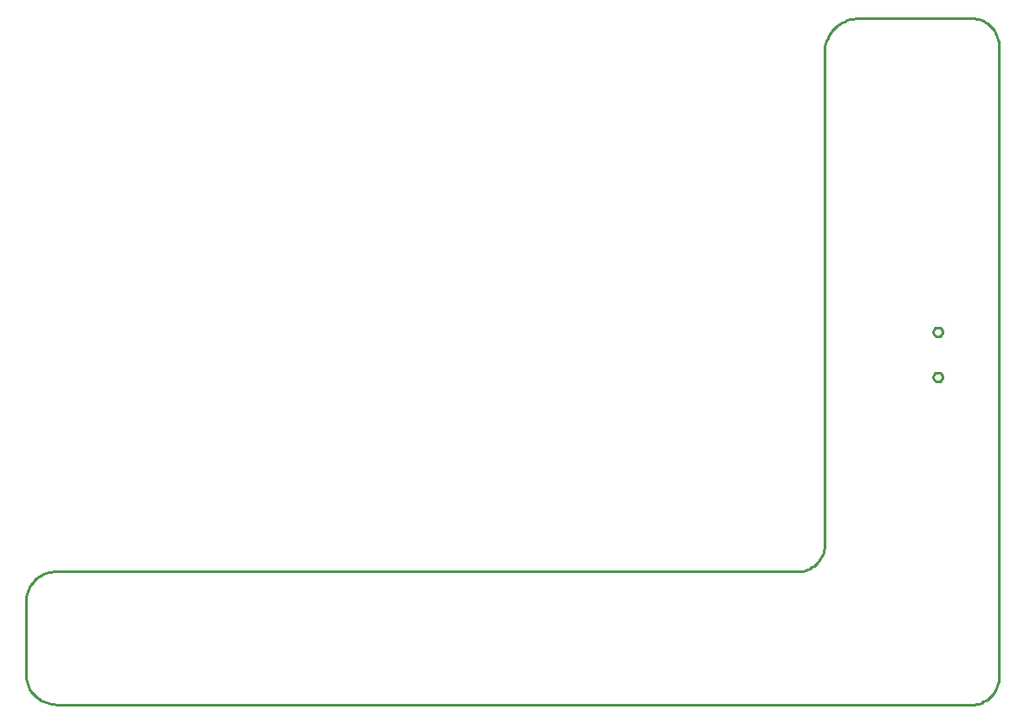
<source format=gbr>
G04 EAGLE Gerber RS-274X export*
G75*
%MOMM*%
%FSLAX34Y34*%
%LPD*%
%AMOC8*
5,1,8,0,0,1.08239X$1,22.5*%
G01*
%ADD10C,0.254000*%


D10*
X0Y30000D02*
X114Y27385D01*
X456Y24791D01*
X1022Y22235D01*
X1809Y19739D01*
X2811Y17321D01*
X4019Y15000D01*
X5425Y12793D01*
X7019Y10716D01*
X8787Y8787D01*
X10716Y7019D01*
X12793Y5425D01*
X15000Y4019D01*
X17321Y2811D01*
X19739Y1809D01*
X22235Y1022D01*
X24791Y456D01*
X27385Y114D01*
X30000Y0D01*
X926200Y0D01*
X928533Y373D01*
X930824Y947D01*
X933057Y1719D01*
X935213Y2683D01*
X937278Y3830D01*
X939235Y5154D01*
X941069Y6643D01*
X942766Y8286D01*
X944313Y10071D01*
X945699Y11984D01*
X946913Y14010D01*
X947946Y16135D01*
X948790Y18341D01*
X949438Y20613D01*
X949886Y22932D01*
X950130Y25282D01*
X950168Y27644D01*
X950000Y30000D01*
X950000Y640000D01*
X950168Y642356D01*
X950130Y644718D01*
X949886Y647068D01*
X949438Y649387D01*
X948790Y651659D01*
X947946Y653865D01*
X946913Y655990D01*
X945699Y658016D01*
X944313Y659929D01*
X942766Y661714D01*
X941069Y663357D01*
X939235Y664846D01*
X937278Y666170D01*
X935213Y667317D01*
X933057Y668281D01*
X930824Y669053D01*
X928533Y669627D01*
X926200Y670000D01*
X816600Y670000D01*
X813685Y670161D01*
X810767Y670067D01*
X807869Y669719D01*
X805012Y669120D01*
X802218Y668275D01*
X799508Y667189D01*
X796903Y665871D01*
X794423Y664330D01*
X792087Y662580D01*
X789912Y660633D01*
X787915Y658503D01*
X786111Y656208D01*
X784515Y653764D01*
X783137Y651190D01*
X781989Y648506D01*
X781079Y645732D01*
X780414Y642890D01*
X780000Y640000D01*
X780000Y160000D01*
X780186Y157660D01*
X780167Y155313D01*
X779944Y152977D01*
X779518Y150669D01*
X778893Y148407D01*
X778073Y146208D01*
X777064Y144089D01*
X775875Y142066D01*
X774513Y140154D01*
X772990Y138368D01*
X771318Y136721D01*
X769508Y135227D01*
X767575Y133896D01*
X765533Y132739D01*
X763398Y131764D01*
X761186Y130979D01*
X758915Y130389D01*
X756600Y130000D01*
X30000Y130000D01*
X27385Y129886D01*
X24791Y129544D01*
X22235Y128978D01*
X19739Y128191D01*
X17321Y127189D01*
X15000Y125981D01*
X12793Y124575D01*
X10716Y122981D01*
X8787Y121213D01*
X7019Y119284D01*
X5425Y117207D01*
X4019Y115000D01*
X2811Y112679D01*
X1809Y110261D01*
X1022Y107765D01*
X456Y105209D01*
X114Y102615D01*
X0Y100000D01*
X0Y30000D01*
X886254Y320113D02*
X886331Y320698D01*
X886484Y321268D01*
X886709Y321813D01*
X887004Y322323D01*
X887363Y322791D01*
X887781Y323209D01*
X888249Y323568D01*
X888759Y323863D01*
X889304Y324088D01*
X889874Y324241D01*
X890459Y324318D01*
X891049Y324318D01*
X891634Y324241D01*
X892204Y324088D01*
X892749Y323863D01*
X893259Y323568D01*
X893727Y323209D01*
X894145Y322791D01*
X894504Y322323D01*
X894799Y321813D01*
X895024Y321268D01*
X895177Y320698D01*
X895254Y320113D01*
X895254Y319523D01*
X895177Y318938D01*
X895024Y318368D01*
X894799Y317823D01*
X894504Y317313D01*
X894145Y316845D01*
X893727Y316427D01*
X893259Y316068D01*
X892749Y315773D01*
X892204Y315548D01*
X891634Y315395D01*
X891049Y315318D01*
X890459Y315318D01*
X889874Y315395D01*
X889304Y315548D01*
X888759Y315773D01*
X888249Y316068D01*
X887781Y316427D01*
X887363Y316845D01*
X887004Y317313D01*
X886709Y317823D01*
X886484Y318368D01*
X886331Y318938D01*
X886254Y319523D01*
X886254Y320113D01*
X886254Y364113D02*
X886331Y364698D01*
X886484Y365268D01*
X886709Y365813D01*
X887004Y366323D01*
X887363Y366791D01*
X887781Y367209D01*
X888249Y367568D01*
X888759Y367863D01*
X889304Y368088D01*
X889874Y368241D01*
X890459Y368318D01*
X891049Y368318D01*
X891634Y368241D01*
X892204Y368088D01*
X892749Y367863D01*
X893259Y367568D01*
X893727Y367209D01*
X894145Y366791D01*
X894504Y366323D01*
X894799Y365813D01*
X895024Y365268D01*
X895177Y364698D01*
X895254Y364113D01*
X895254Y363523D01*
X895177Y362938D01*
X895024Y362368D01*
X894799Y361823D01*
X894504Y361313D01*
X894145Y360845D01*
X893727Y360427D01*
X893259Y360068D01*
X892749Y359773D01*
X892204Y359548D01*
X891634Y359395D01*
X891049Y359318D01*
X890459Y359318D01*
X889874Y359395D01*
X889304Y359548D01*
X888759Y359773D01*
X888249Y360068D01*
X887781Y360427D01*
X887363Y360845D01*
X887004Y361313D01*
X886709Y361823D01*
X886484Y362368D01*
X886331Y362938D01*
X886254Y363523D01*
X886254Y364113D01*
M02*

</source>
